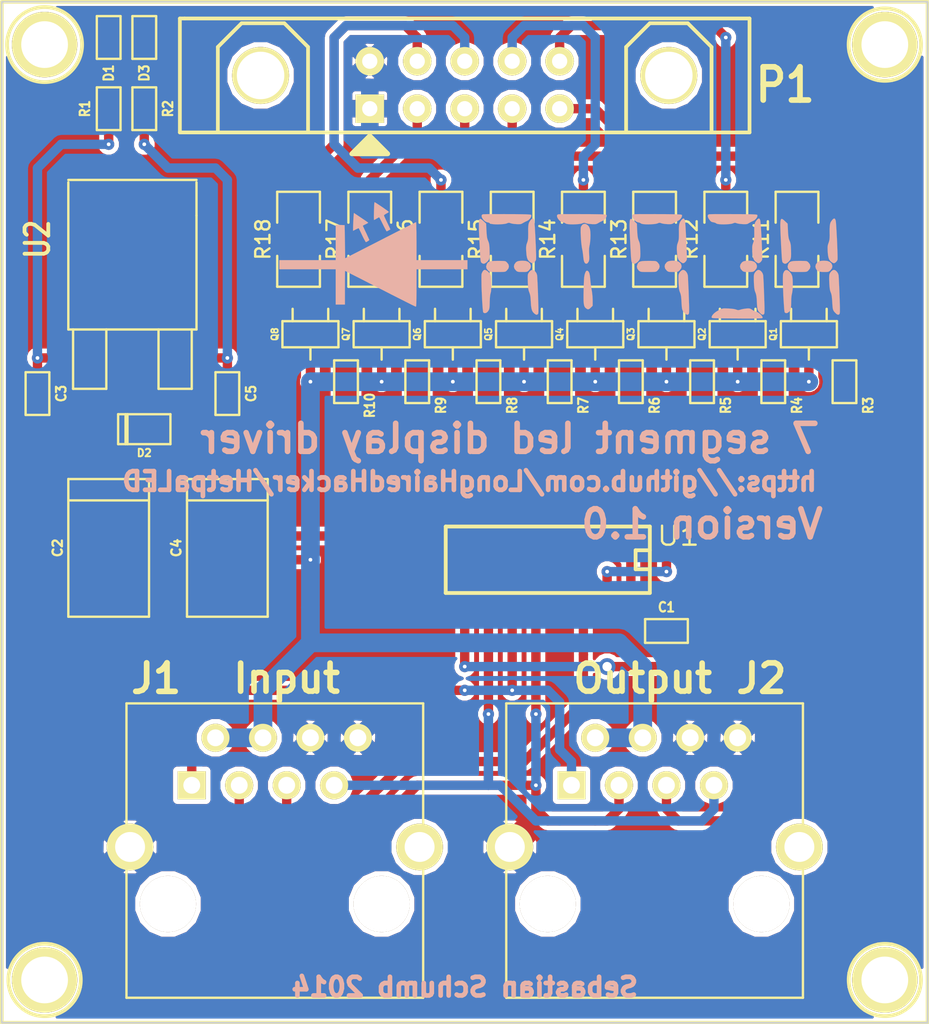
<source format=kicad_pcb>
(kicad_pcb (version 3) (host pcbnew "(2013-may-18)-stable")
  (layers (15 F.Cu signal) (0 B.Cu signal) (18 B.Paste user) (19 F.Paste user) (20 B.SilkS user) (21 F.SilkS user) (22 B.Mask user) (23 F.Mask user) (28 Edge.Cuts user))
  (net 0 "")
  (net 1 +24V)
  (net 2 +5V)
  (net 3 Clock)
  (net 4 Data_In)
  (net 5 Data_Out)
  (net 6 Enable)
  (net 7 FET_1)
  (net 8 FET_2)
  (net 9 FET_3)
  (net 10 FET_4)
  (net 11 FET_5)
  (net 12 FET_6)
  (net 13 FET_7)
  (net 14 FET_8)
  (net 15 GND)
  (net 16 N-000001)
  (net 17 N-0000010)
  (net 18 N-0000011)
  (net 19 N-0000021)
  (net 20 N-0000022)
  (net 21 N-0000024)
  (net 22 N-0000026)
  (net 23 N-000003)
  (net 24 N-0000033)
  (net 25 N-0000034)
  (net 26 N-0000036)
  (net 27 N-0000037)
  (net 28 N-000004)
  (net 29 N-0000041)
  (net 30 N-0000042)
  (net 31 N-000005)
  (net 32 N-000007)
  (net 33 N-000009)
  (net 34 Reset)
  (net 35 SEG_1)
  (net 36 SEG_2)
  (net 37 SEG_3)
  (net 38 SEG_4)
  (net 39 SEG_5)
  (net 40 SEG_6)
  (net 41 SEG_7)
  (net 42 SEG_8)
  (module RJ45_MEBP_8-8G (layer F.Cu) (at 373.38 104.775)
    (fp_text reference J2 (at 5.715 -12.065) (layer F.SilkS) (effects (font (size 1.524 1.524) (thickness 0.3048))))
    (fp_text value RJ45 hide)
    (pad "" thru_hole circle (at 5.715 0) (size 3 3) (drill 3) (layers *.Cu *.Mask F.SilkS))
    (pad "" thru_hole circle (at -5.715 0) (size 3 3) (drill 3) (layers *.Cu *.Mask F.SilkS))
    (pad 1 thru_hole rect (at -4.445 -6.35) (size 1.50114 1.50114) (drill 0.89916) (layers *.Cu *.Mask F.SilkS) (net 3 Clock))
    (pad 2 thru_hole circle (at -3.175 -8.89) (size 1.50114 1.50114) (drill 0.89916) (layers *.Cu *.Mask F.SilkS) (net 1 +24V))
    (pad 3 thru_hole circle (at -1.905 -6.35) (size 1.50114 1.50114) (drill 0.89916) (layers *.Cu *.Mask F.SilkS) (net 6 Enable))
    (pad 4 thru_hole circle (at -0.635 -8.89) (size 1.50114 1.50114) (drill 0.89916) (layers *.Cu *.Mask F.SilkS) (net 1 +24V))
    (pad 5 thru_hole circle (at 0.635 -6.35) (size 1.50114 1.50114) (drill 0.89916) (layers *.Cu *.Mask F.SilkS) (net 5 Data_Out))
    (pad 6 thru_hole circle (at 1.905 -8.89) (size 1.50114 1.50114) (drill 0.89916) (layers *.Cu *.Mask F.SilkS) (net 15 GND))
    (pad 7 thru_hole circle (at 3.175 -6.35) (size 1.50114 1.50114) (drill 0.89916) (layers *.Cu *.Mask F.SilkS) (net 34 Reset))
    (pad 8 thru_hole circle (at 4.445 -8.89) (size 1.50114 1.50114) (drill 0.89916) (layers *.Cu *.Mask F.SilkS) (net 15 GND))
    (pad 9 thru_hole circle (at -7.745 -3.05) (size 2.5 2.5) (drill 1.6) (layers *.Cu *.Mask F.SilkS) (net 15 GND))
    (pad 10 thru_hole circle (at 7.747 -3.05) (size 2.5 2.5) (drill 1.6) (layers *.Cu *.Mask F.SilkS))
  )
  (module RJ45_MEBP_8-8G (layer F.Cu) (at 353.06 104.775)
    (fp_text reference J1 (at -6.35 -12.065) (layer F.SilkS) (effects (font (size 1.524 1.524) (thickness 0.3048))))
    (fp_text value RJ45 hide)
    (pad "" thru_hole circle (at 5.715 0) (size 3 3) (drill 3) (layers *.Cu *.Mask F.SilkS))
    (pad "" thru_hole circle (at -5.715 0) (size 3 3) (drill 3) (layers *.Cu *.Mask F.SilkS))
    (pad 1 thru_hole rect (at -4.445 -6.35) (size 1.50114 1.50114) (drill 0.89916) (layers *.Cu *.Mask F.SilkS) (net 3 Clock))
    (pad 2 thru_hole circle (at -3.175 -8.89) (size 1.50114 1.50114) (drill 0.89916) (layers *.Cu *.Mask F.SilkS) (net 1 +24V))
    (pad 3 thru_hole circle (at -1.905 -6.35) (size 1.50114 1.50114) (drill 0.89916) (layers *.Cu *.Mask F.SilkS) (net 6 Enable))
    (pad 4 thru_hole circle (at -0.635 -8.89) (size 1.50114 1.50114) (drill 0.89916) (layers *.Cu *.Mask F.SilkS) (net 1 +24V))
    (pad 5 thru_hole circle (at 0.635 -6.35) (size 1.50114 1.50114) (drill 0.89916) (layers *.Cu *.Mask F.SilkS) (net 4 Data_In))
    (pad 6 thru_hole circle (at 1.905 -8.89) (size 1.50114 1.50114) (drill 0.89916) (layers *.Cu *.Mask F.SilkS) (net 15 GND))
    (pad 7 thru_hole circle (at 3.175 -6.35) (size 1.50114 1.50114) (drill 0.89916) (layers *.Cu *.Mask F.SilkS) (net 34 Reset))
    (pad 8 thru_hole circle (at 4.445 -8.89) (size 1.50114 1.50114) (drill 0.89916) (layers *.Cu *.Mask F.SilkS) (net 15 GND))
    (pad 9 thru_hole circle (at -7.745 -3.05) (size 2.5 2.5) (drill 1.6) (layers *.Cu *.Mask F.SilkS) (net 15 GND))
    (pad 10 thru_hole circle (at 7.747 -3.05) (size 2.5 2.5) (drill 1.6) (layers *.Cu *.Mask F.SilkS))
  )
  (module 1pin (layer F.Cu) (at 340.741 58.801)
    (fp_text reference 1PIN hide)
    (fp_text value P*** hide)
    (pad 1 thru_hole circle (at 0 0) (size 3.5 3.5) (drill 2.5) (layers *.Cu *.Mask F.SilkS))
  )
  (module 1pin (layer F.Cu) (at 340.741 108.839)
    (fp_text reference 1PIN hide)
    (fp_text value P*** hide)
    (pad 1 thru_hole circle (at 0 0) (size 3.5 3.5) (drill 2.5) (layers *.Cu *.Mask F.SilkS))
  )
  (module 1pin (layer F.Cu) (at 385.699 108.839)
    (fp_text reference 1PIN hide)
    (fp_text value P*** hide)
    (pad 1 thru_hole circle (at 0 0) (size 3.5 3.5) (drill 2.5) (layers *.Cu *.Mask F.SilkS))
  )
  (module 1pin (layer F.Cu) (at 385.699 58.801)
    (fp_text reference 1PIN hide)
    (fp_text value P*** hide)
    (pad 1 thru_hole circle (at 0 0) (size 3.5 3.5) (drill 2.5) (layers *.Cu *.Mask F.SilkS))
  )
  (module HE10-10C (layer F.Cu) (at 363.22 60.96 180)
    (fp_text reference P1 (at -17.145 0 360) (layer F.SilkS) (effects (font (size 1.77546 1.5875) (thickness 0.3048))))
    (fp_text value HE10-10 hide)
    (pad 0 thru_hole circle (at -10.922 0.508 180) (size 3.048 3.048) (drill 2.54) (layers *.Cu *.Mask F.SilkS))
    (pad 0 thru_hole circle (at 10.922 0.508 180) (size 3.048 3.048) (drill 2.54) (layers *.Cu *.Mask F.SilkS))
    (pad 1 thru_hole rect (at 5.08 -1.27 180) (size 1.524 1.524) (drill 0.8128) (layers *.Cu *.Mask F.SilkS) (net 15 GND))
    (pad 2 thru_hole circle (at 5.08 1.27 180) (size 1.524 1.524) (drill 0.8128) (layers *.Cu *.Mask F.SilkS) (net 15 GND))
    (pad 3 thru_hole circle (at 2.54 -1.27 180) (size 1.524 1.524) (drill 0.8128) (layers *.Cu *.Mask F.SilkS) (net 41 SEG_7))
    (pad 4 thru_hole circle (at 2.54 1.27 180) (size 1.524 1.524) (drill 0.8128) (layers *.Cu *.Mask F.SilkS) (net 42 SEG_8))
    (pad 5 thru_hole circle (at 0 -1.27 180) (size 1.524 1.524) (drill 0.8128) (layers *.Cu *.Mask F.SilkS) (net 39 SEG_5))
    (pad 6 thru_hole circle (at 0 1.27 180) (size 1.524 1.524) (drill 0.8128) (layers *.Cu *.Mask F.SilkS) (net 40 SEG_6))
    (pad 7 thru_hole circle (at -2.54 -1.27 180) (size 1.524 1.524) (drill 0.8128) (layers *.Cu *.Mask F.SilkS) (net 37 SEG_3))
    (pad 8 thru_hole circle (at -2.54 1.27 180) (size 1.524 1.524) (drill 0.8128) (layers *.Cu *.Mask F.SilkS) (net 38 SEG_4))
    (pad 9 thru_hole circle (at -5.08 -1.27 180) (size 1.524 1.524) (drill 0.8128) (layers *.Cu *.Mask F.SilkS) (net 35 SEG_1))
    (pad 10 thru_hole circle (at -5.08 1.27 180) (size 1.524 1.524) (drill 0.8128) (layers *.Cu *.Mask F.SilkS) (net 36 SEG_2))
  )
  (module c_tant_D (layer F.Cu) (at 350.52 85.725 90)
    (fp_text reference C4 (at 0 -2.7305 90) (layer F.SilkS) (effects (font (size 0.50038 0.50038) (thickness 0.11938))))
    (fp_text value 10uF hide)
    (pad 1 smd rect (at 2.99974 0 90) (size 2.55016 2.70002) (layers F.Cu F.Paste F.Mask) (net 2 +5V))
    (pad 2 smd rect (at -2.99974 0 90) (size 2.55016 3.79984) (layers F.Cu F.Paste F.Mask) (net 15 GND))
  )
  (module sot23 (layer F.Cu) (at 358.775 74.295 180)
    (fp_text reference Q7 (at 1.905 0 270) (layer F.SilkS) (effects (font (size 0.35 0.35) (thickness 0.0875))))
    (fp_text value NDS355 hide)
    (pad 1 smd rect (at -0.9525 1.05664 180) (size 0.59944 1.00076) (layers F.Cu F.Paste F.Mask) (net 26 N-0000036))
    (pad 2 smd rect (at 0 -1.05664 180) (size 0.59944 1.00076) (layers F.Cu F.Paste F.Mask) (net 1 +24V))
    (pad 3 smd rect (at 0.9525 1.05664 180) (size 0.59944 1.00076) (layers F.Cu F.Paste F.Mask) (net 25 N-0000034))
  )
  (module sot23 (layer F.Cu) (at 381.635 74.295 180)
    (fp_text reference Q1 (at 1.905 0 270) (layer F.SilkS) (effects (font (size 0.35 0.35) (thickness 0.0875))))
    (fp_text value NDS355 hide)
    (pad 1 smd rect (at -0.9525 1.05664 180) (size 0.59944 1.00076) (layers F.Cu F.Paste F.Mask) (net 19 N-0000021))
    (pad 2 smd rect (at 0 -1.05664 180) (size 0.59944 1.00076) (layers F.Cu F.Paste F.Mask) (net 1 +24V))
    (pad 3 smd rect (at 0.9525 1.05664 180) (size 0.59944 1.00076) (layers F.Cu F.Paste F.Mask) (net 18 N-0000011))
  )
  (module sot23 (layer F.Cu) (at 362.585 74.295 180)
    (fp_text reference Q6 (at 1.905 0 270) (layer F.SilkS) (effects (font (size 0.35 0.35) (thickness 0.0875))))
    (fp_text value NDS355 hide)
    (pad 1 smd rect (at -0.9525 1.05664 180) (size 0.59944 1.00076) (layers F.Cu F.Paste F.Mask) (net 24 N-0000033))
    (pad 2 smd rect (at 0 -1.05664 180) (size 0.59944 1.00076) (layers F.Cu F.Paste F.Mask) (net 1 +24V))
    (pad 3 smd rect (at 0.9525 1.05664 180) (size 0.59944 1.00076) (layers F.Cu F.Paste F.Mask) (net 17 N-0000010))
  )
  (module sot23 (layer F.Cu) (at 377.825 74.295 180)
    (fp_text reference Q2 (at 1.905 0 270) (layer F.SilkS) (effects (font (size 0.35 0.35) (thickness 0.0875))))
    (fp_text value NDS355 hide)
    (pad 1 smd rect (at -0.9525 1.05664 180) (size 0.59944 1.00076) (layers F.Cu F.Paste F.Mask) (net 21 N-0000024))
    (pad 2 smd rect (at 0 -1.05664 180) (size 0.59944 1.00076) (layers F.Cu F.Paste F.Mask) (net 1 +24V))
    (pad 3 smd rect (at 0.9525 1.05664 180) (size 0.59944 1.00076) (layers F.Cu F.Paste F.Mask) (net 20 N-0000022))
  )
  (module sot23 (layer F.Cu) (at 354.965 74.295 180)
    (fp_text reference Q8 (at 1.905 0 270) (layer F.SilkS) (effects (font (size 0.35 0.35) (thickness 0.0875))))
    (fp_text value NDS355 hide)
    (pad 1 smd rect (at -0.9525 1.05664 180) (size 0.59944 1.00076) (layers F.Cu F.Paste F.Mask) (net 22 N-0000026))
    (pad 2 smd rect (at 0 -1.05664 180) (size 0.59944 1.00076) (layers F.Cu F.Paste F.Mask) (net 1 +24V))
    (pad 3 smd rect (at 0.9525 1.05664 180) (size 0.59944 1.00076) (layers F.Cu F.Paste F.Mask) (net 27 N-0000037))
  )
  (module sot23 (layer F.Cu) (at 374.015 74.295 180)
    (fp_text reference Q3 (at 1.905 0 270) (layer F.SilkS) (effects (font (size 0.35 0.35) (thickness 0.0875))))
    (fp_text value NDS355 hide)
    (pad 1 smd rect (at -0.9525 1.05664 180) (size 0.59944 1.00076) (layers F.Cu F.Paste F.Mask) (net 28 N-000004))
    (pad 2 smd rect (at 0 -1.05664 180) (size 0.59944 1.00076) (layers F.Cu F.Paste F.Mask) (net 1 +24V))
    (pad 3 smd rect (at 0.9525 1.05664 180) (size 0.59944 1.00076) (layers F.Cu F.Paste F.Mask) (net 23 N-000003))
  )
  (module sot23 (layer F.Cu) (at 370.205 74.295 180)
    (fp_text reference Q4 (at 1.905 0 270) (layer F.SilkS) (effects (font (size 0.35 0.35) (thickness 0.0875))))
    (fp_text value NDS355 hide)
    (pad 1 smd rect (at -0.9525 1.05664 180) (size 0.59944 1.00076) (layers F.Cu F.Paste F.Mask) (net 16 N-000001))
    (pad 2 smd rect (at 0 -1.05664 180) (size 0.59944 1.00076) (layers F.Cu F.Paste F.Mask) (net 1 +24V))
    (pad 3 smd rect (at 0.9525 1.05664 180) (size 0.59944 1.00076) (layers F.Cu F.Paste F.Mask) (net 31 N-000005))
  )
  (module sot23 (layer F.Cu) (at 366.395 74.295 180)
    (fp_text reference Q5 (at 1.905 0 270) (layer F.SilkS) (effects (font (size 0.35 0.35) (thickness 0.0875))))
    (fp_text value NDS355 hide)
    (pad 1 smd rect (at -0.9525 1.05664 180) (size 0.59944 1.00076) (layers F.Cu F.Paste F.Mask) (net 33 N-000009))
    (pad 2 smd rect (at 0 -1.05664 180) (size 0.59944 1.00076) (layers F.Cu F.Paste F.Mask) (net 1 +24V))
    (pad 3 smd rect (at 0.9525 1.05664 180) (size 0.59944 1.00076) (layers F.Cu F.Paste F.Mask) (net 32 N-000007))
  )
  (module sod123 (layer F.Cu) (at 346.075 79.375 180)
    (fp_text reference D2 (at 0 -1.27 180) (layer F.SilkS) (effects (font (size 0.39878 0.39878) (thickness 0.09906))))
    (fp_text value BAT42W hide)
    (pad 2 smd rect (at 1.67386 0 180) (size 0.8509 0.8509) (layers F.Cu F.Paste F.Mask) (net 1 +24V))
    (pad 1 smd rect (at -1.67386 0 180) (size 0.8509 0.8509) (layers F.Cu F.Paste F.Mask) (net 2 +5V))
  )
  (module SO16E (layer F.Cu) (at 367.665 86.36 180)
    (fp_text reference U1 (at -6.985 1.27 180) (layer F.SilkS) (effects (font (size 1.016 1.143) (thickness 0.127))))
    (fp_text value 74HC595 hide)
    (pad 1 smd rect (at -4.445 2.54 180) (size 0.508 1.143) (layers F.Cu F.Paste F.Mask) (net 8 FET_2))
    (pad 2 smd rect (at -3.175 2.54 180) (size 0.508 1.143) (layers F.Cu F.Paste F.Mask) (net 9 FET_3))
    (pad 3 smd rect (at -1.905 2.54 180) (size 0.508 1.143) (layers F.Cu F.Paste F.Mask) (net 10 FET_4))
    (pad 4 smd rect (at -0.635 2.54 180) (size 0.508 1.143) (layers F.Cu F.Paste F.Mask) (net 11 FET_5))
    (pad 5 smd rect (at 0.635 2.54 180) (size 0.508 1.143) (layers F.Cu F.Paste F.Mask) (net 12 FET_6))
    (pad 6 smd rect (at 1.905 2.54 180) (size 0.508 1.143) (layers F.Cu F.Paste F.Mask) (net 13 FET_7))
    (pad 7 smd rect (at 3.175 2.54 180) (size 0.508 1.143) (layers F.Cu F.Paste F.Mask) (net 14 FET_8))
    (pad 8 smd rect (at 4.445 2.54 180) (size 0.508 1.143) (layers F.Cu F.Paste F.Mask) (net 15 GND))
    (pad 9 smd rect (at 4.445 -2.54 180) (size 0.508 1.143) (layers F.Cu F.Paste F.Mask) (net 5 Data_Out))
    (pad 10 smd rect (at 3.175 -2.54 180) (size 0.508 1.143) (layers F.Cu F.Paste F.Mask) (net 34 Reset))
    (pad 11 smd rect (at 1.905 -2.54 180) (size 0.508 1.143) (layers F.Cu F.Paste F.Mask) (net 3 Clock))
    (pad 12 smd rect (at 0.635 -2.54 180) (size 0.508 1.143) (layers F.Cu F.Paste F.Mask) (net 6 Enable))
    (pad 13 smd rect (at -0.635 -2.54 180) (size 0.508 1.143) (layers F.Cu F.Paste F.Mask) (net 15 GND))
    (pad 14 smd rect (at -1.905 -2.54 180) (size 0.508 1.143) (layers F.Cu F.Paste F.Mask) (net 4 Data_In))
    (pad 15 smd rect (at -3.175 -2.54 180) (size 0.508 1.143) (layers F.Cu F.Paste F.Mask) (net 7 FET_1))
    (pad 16 smd rect (at -4.445 -2.54 180) (size 0.508 1.143) (layers F.Cu F.Paste F.Mask) (net 2 +5V))
  )
  (module SM1206 (layer F.Cu) (at 369.57 69.215 90)
    (fp_text reference R14 (at 0 -1.905 90) (layer F.SilkS) (effects (font (size 0.762 0.762) (thickness 0.127))))
    (fp_text value 160 hide)
    (pad 1 smd rect (at -1.651 0 90) (size 1.524 2.032) (layers F.Cu F.Paste F.Mask) (net 31 N-000005))
    (pad 2 smd rect (at 1.651 0 90) (size 1.524 2.032) (layers F.Cu F.Paste F.Mask) (net 38 SEG_4))
  )
  (module SM1206 (layer F.Cu) (at 361.95 69.215 90)
    (fp_text reference R16 (at 0 -1.905 90) (layer F.SilkS) (effects (font (size 0.762 0.762) (thickness 0.127))))
    (fp_text value 160 hide)
    (pad 1 smd rect (at -1.651 0 90) (size 1.524 2.032) (layers F.Cu F.Paste F.Mask) (net 17 N-0000010))
    (pad 2 smd rect (at 1.651 0 90) (size 1.524 2.032) (layers F.Cu F.Paste F.Mask) (net 40 SEG_6))
  )
  (module SM1206 (layer F.Cu) (at 365.76 69.215 90)
    (fp_text reference R15 (at 0 -1.905 90) (layer F.SilkS) (effects (font (size 0.762 0.762) (thickness 0.127))))
    (fp_text value 160 hide)
    (pad 1 smd rect (at -1.651 0 90) (size 1.524 2.032) (layers F.Cu F.Paste F.Mask) (net 32 N-000007))
    (pad 2 smd rect (at 1.651 0 90) (size 1.524 2.032) (layers F.Cu F.Paste F.Mask) (net 39 SEG_5))
  )
  (module SM1206 (layer F.Cu) (at 358.14 69.215 90)
    (fp_text reference R17 (at 0 -1.905 90) (layer F.SilkS) (effects (font (size 0.762 0.762) (thickness 0.127))))
    (fp_text value 470 hide)
    (pad 1 smd rect (at -1.651 0 90) (size 1.524 2.032) (layers F.Cu F.Paste F.Mask) (net 25 N-0000034))
    (pad 2 smd rect (at 1.651 0 90) (size 1.524 2.032) (layers F.Cu F.Paste F.Mask) (net 41 SEG_7))
  )
  (module SM1206 (layer F.Cu) (at 373.38 69.215 90)
    (fp_text reference R13 (at 0 -1.905 90) (layer F.SilkS) (effects (font (size 0.762 0.762) (thickness 0.127))))
    (fp_text value 160 hide)
    (pad 1 smd rect (at -1.651 0 90) (size 1.524 2.032) (layers F.Cu F.Paste F.Mask) (net 23 N-000003))
    (pad 2 smd rect (at 1.651 0 90) (size 1.524 2.032) (layers F.Cu F.Paste F.Mask) (net 37 SEG_3))
  )
  (module SM1206 (layer F.Cu) (at 377.19 69.215 90)
    (fp_text reference R12 (at 0 -1.905 90) (layer F.SilkS) (effects (font (size 0.762 0.762) (thickness 0.127))))
    (fp_text value 160 hide)
    (pad 1 smd rect (at -1.651 0 90) (size 1.524 2.032) (layers F.Cu F.Paste F.Mask) (net 20 N-0000022))
    (pad 2 smd rect (at 1.651 0 90) (size 1.524 2.032) (layers F.Cu F.Paste F.Mask) (net 36 SEG_2))
  )
  (module SM1206 (layer F.Cu) (at 381 69.215 90)
    (fp_text reference R11 (at 0 -1.905 90) (layer F.SilkS) (effects (font (size 0.762 0.762) (thickness 0.127))))
    (fp_text value 160 hide)
    (pad 1 smd rect (at -1.651 0 90) (size 1.524 2.032) (layers F.Cu F.Paste F.Mask) (net 18 N-0000011))
    (pad 2 smd rect (at 1.651 0 90) (size 1.524 2.032) (layers F.Cu F.Paste F.Mask) (net 35 SEG_1))
  )
  (module SM1206 (layer F.Cu) (at 354.33 69.215 90)
    (fp_text reference R18 (at 0 -1.905 90) (layer F.SilkS) (effects (font (size 0.762 0.762) (thickness 0.127))))
    (fp_text value 470 hide)
    (pad 1 smd rect (at -1.651 0 90) (size 1.524 2.032) (layers F.Cu F.Paste F.Mask) (net 27 N-0000037))
    (pad 2 smd rect (at 1.651 0 90) (size 1.524 2.032) (layers F.Cu F.Paste F.Mask) (net 42 SEG_8))
  )
  (module SM0603 (layer F.Cu) (at 346.075 62.23 90)
    (fp_text reference R2 (at 0 1.27 90) (layer F.SilkS) (effects (font (size 0.508 0.4572) (thickness 0.1143))))
    (fp_text value 1k hide)
    (pad 1 smd rect (at -0.762 0 90) (size 0.635 1.143) (layers F.Cu F.Paste F.Mask) (net 2 +5V))
    (pad 2 smd rect (at 0.762 0 90) (size 0.635 1.143) (layers F.Cu F.Paste F.Mask) (net 30 N-0000042))
  )
  (module SM0603 (layer F.Cu) (at 383.54 76.835 270)
    (fp_text reference R3 (at 1.27 -1.27 270) (layer F.SilkS) (effects (font (size 0.508 0.4572) (thickness 0.1143))))
    (fp_text value 200 hide)
    (pad 1 smd rect (at -0.762 0 270) (size 0.635 1.143) (layers F.Cu F.Paste F.Mask) (net 19 N-0000021))
    (pad 2 smd rect (at 0.762 0 270) (size 0.635 1.143) (layers F.Cu F.Paste F.Mask) (net 7 FET_1))
  )
  (module SM0603 (layer F.Cu) (at 340.36 77.47 270)
    (fp_text reference C3 (at 0 -1.27 270) (layer F.SilkS) (effects (font (size 0.508 0.4572) (thickness 0.1143))))
    (fp_text value 100nF hide)
    (pad 1 smd rect (at -0.762 0 270) (size 0.635 1.143) (layers F.Cu F.Paste F.Mask) (net 1 +24V))
    (pad 2 smd rect (at 0.762 0 270) (size 0.635 1.143) (layers F.Cu F.Paste F.Mask) (net 15 GND))
  )
  (module SM0603 (layer F.Cu) (at 379.73 76.835 270)
    (fp_text reference R4 (at 1.27 -1.27 270) (layer F.SilkS) (effects (font (size 0.508 0.4572) (thickness 0.1143))))
    (fp_text value 200 hide)
    (pad 1 smd rect (at -0.762 0 270) (size 0.635 1.143) (layers F.Cu F.Paste F.Mask) (net 21 N-0000024))
    (pad 2 smd rect (at 0.762 0 270) (size 0.635 1.143) (layers F.Cu F.Paste F.Mask) (net 8 FET_2))
  )
  (module SM0603 (layer F.Cu) (at 375.92 76.835 270)
    (fp_text reference R5 (at 1.27 -1.27 270) (layer F.SilkS) (effects (font (size 0.508 0.4572) (thickness 0.1143))))
    (fp_text value 200 hide)
    (pad 1 smd rect (at -0.762 0 270) (size 0.635 1.143) (layers F.Cu F.Paste F.Mask) (net 28 N-000004))
    (pad 2 smd rect (at 0.762 0 270) (size 0.635 1.143) (layers F.Cu F.Paste F.Mask) (net 9 FET_3))
  )
  (module SM0603 (layer F.Cu) (at 372.11 76.835 270)
    (fp_text reference R6 (at 1.27 -1.27 270) (layer F.SilkS) (effects (font (size 0.508 0.4572) (thickness 0.1143))))
    (fp_text value 200 hide)
    (pad 1 smd rect (at -0.762 0 270) (size 0.635 1.143) (layers F.Cu F.Paste F.Mask) (net 16 N-000001))
    (pad 2 smd rect (at 0.762 0 270) (size 0.635 1.143) (layers F.Cu F.Paste F.Mask) (net 10 FET_4))
  )
  (module SM0603 (layer F.Cu) (at 346.075 58.42 90)
    (fp_text reference D3 (at -1.905 0 90) (layer F.SilkS) (effects (font (size 0.508 0.4572) (thickness 0.1143))))
    (fp_text value LED hide)
    (pad 1 smd rect (at -0.762 0 90) (size 0.635 1.143) (layers F.Cu F.Paste F.Mask) (net 30 N-0000042))
    (pad 2 smd rect (at 0.762 0 90) (size 0.635 1.143) (layers F.Cu F.Paste F.Mask) (net 15 GND))
  )
  (module SM0603 (layer F.Cu) (at 344.17 62.23 90)
    (fp_text reference R1 (at 0 -1.27 90) (layer F.SilkS) (effects (font (size 0.508 0.4572) (thickness 0.1143))))
    (fp_text value 1k hide)
    (pad 1 smd rect (at -0.762 0 90) (size 0.635 1.143) (layers F.Cu F.Paste F.Mask) (net 1 +24V))
    (pad 2 smd rect (at 0.762 0 90) (size 0.635 1.143) (layers F.Cu F.Paste F.Mask) (net 29 N-0000041))
  )
  (module SM0603 (layer F.Cu) (at 368.3 76.835 270)
    (fp_text reference R7 (at 1.27 -1.27 270) (layer F.SilkS) (effects (font (size 0.508 0.4572) (thickness 0.1143))))
    (fp_text value 200 hide)
    (pad 1 smd rect (at -0.762 0 270) (size 0.635 1.143) (layers F.Cu F.Paste F.Mask) (net 33 N-000009))
    (pad 2 smd rect (at 0.762 0 270) (size 0.635 1.143) (layers F.Cu F.Paste F.Mask) (net 11 FET_5))
  )
  (module SM0603 (layer F.Cu) (at 344.17 58.42 90)
    (fp_text reference D1 (at -1.905 0 90) (layer F.SilkS) (effects (font (size 0.508 0.4572) (thickness 0.1143))))
    (fp_text value LED hide)
    (pad 1 smd rect (at -0.762 0 90) (size 0.635 1.143) (layers F.Cu F.Paste F.Mask) (net 29 N-0000041))
    (pad 2 smd rect (at 0.762 0 90) (size 0.635 1.143) (layers F.Cu F.Paste F.Mask) (net 15 GND))
  )
  (module SM0603 (layer F.Cu) (at 374.015 90.17)
    (fp_text reference C1 (at 0 -1.27) (layer F.SilkS) (effects (font (size 0.508 0.4572) (thickness 0.1143))))
    (fp_text value 100n hide)
    (pad 1 smd rect (at -0.762 0) (size 0.635 1.143) (layers F.Cu F.Paste F.Mask) (net 2 +5V))
    (pad 2 smd rect (at 0.762 0) (size 0.635 1.143) (layers F.Cu F.Paste F.Mask) (net 15 GND))
  )
  (module SM0603 (layer F.Cu) (at 364.49 76.835 270)
    (fp_text reference R8 (at 1.27 -1.27 270) (layer F.SilkS) (effects (font (size 0.508 0.4572) (thickness 0.1143))))
    (fp_text value 200 hide)
    (pad 1 smd rect (at -0.762 0 270) (size 0.635 1.143) (layers F.Cu F.Paste F.Mask) (net 24 N-0000033))
    (pad 2 smd rect (at 0.762 0 270) (size 0.635 1.143) (layers F.Cu F.Paste F.Mask) (net 12 FET_6))
  )
  (module SM0603 (layer F.Cu) (at 356.87 76.835 270)
    (fp_text reference R10 (at 1.27 -1.27 270) (layer F.SilkS) (effects (font (size 0.508 0.4572) (thickness 0.1143))))
    (fp_text value 200 hide)
    (pad 1 smd rect (at -0.762 0 270) (size 0.635 1.143) (layers F.Cu F.Paste F.Mask) (net 22 N-0000026))
    (pad 2 smd rect (at 0.762 0 270) (size 0.635 1.143) (layers F.Cu F.Paste F.Mask) (net 14 FET_8))
  )
  (module SM0603 (layer F.Cu) (at 360.68 76.835 270)
    (fp_text reference R9 (at 1.27 -1.27 270) (layer F.SilkS) (effects (font (size 0.508 0.4572) (thickness 0.1143))))
    (fp_text value 200 hide)
    (pad 1 smd rect (at -0.762 0 270) (size 0.635 1.143) (layers F.Cu F.Paste F.Mask) (net 26 N-0000036))
    (pad 2 smd rect (at 0.762 0 270) (size 0.635 1.143) (layers F.Cu F.Paste F.Mask) (net 13 FET_7))
  )
  (module DPAK2 (layer F.Cu) (at 345.44 75.565)
    (fp_text reference U2 (at -5.08 -6.35 90) (layer F.SilkS) (effects (font (size 1.27 1.016) (thickness 0.2032))))
    (fp_text value TS2937 hide)
    (pad 1 smd rect (at -2.286 0) (size 1.651 3.048) (layers F.Cu F.Paste F.Mask) (net 1 +24V))
    (pad 2 smd rect (at 0 -6.35) (size 6.096 6.096) (layers F.Cu F.Paste F.Mask) (net 15 GND))
    (pad 3 smd rect (at 2.286 0) (size 1.651 3.048) (layers F.Cu F.Paste F.Mask) (net 2 +5V))
  )
  (module c_tant_D (layer F.Cu) (at 344.17 85.725 90)
    (fp_text reference C2 (at 0 -2.7305 90) (layer F.SilkS) (effects (font (size 0.50038 0.50038) (thickness 0.11938))))
    (fp_text value 10uF hide)
    (pad 1 smd rect (at 2.99974 0 90) (size 2.55016 2.70002) (layers F.Cu F.Paste F.Mask) (net 1 +24V))
    (pad 2 smd rect (at -2.99974 0 90) (size 2.55016 3.79984) (layers F.Cu F.Paste F.Mask) (net 15 GND))
  )
  (module SM0603 (layer F.Cu) (at 350.52 77.47 270)
    (fp_text reference C5 (at 0 -1.27 270) (layer F.SilkS) (effects (font (size 0.508 0.4572) (thickness 0.1143))))
    (fp_text value 100nF hide)
    (pad 1 smd rect (at -0.762 0 270) (size 0.635 1.143) (layers F.Cu F.Paste F.Mask) (net 2 +5V))
    (pad 2 smd rect (at 0.762 0 270) (size 0.635 1.143) (layers F.Cu F.Paste F.Mask) (net 15 GND))
  )
  (module logo_silkbot_30_00mm (layer B.Cu) (at 368.3 70.358)
    (fp_text reference G*** hide)
    (fp_text value logo_silkbot_30_00mm hide)
  )
  (gr_line (start 387.985 111.125) (end 387.985 56.515) (angle 90) (layer F.SilkS) (width 0.2))
  (gr_line (start 338.455 111.125) (end 387.985 111.125) (angle 90) (layer F.SilkS) (width 0.2))
  (gr_line (start 338.455 56.515) (end 338.455 111.125) (angle 90) (layer F.SilkS) (width 0.2))
  (gr_line (start 387.985 56.515) (end 338.455 56.515) (angle 90) (layer F.SilkS) (width 0.2))
  (gr_text "Version 1.0" (at 375.92 84.455) (layer B.SilkS) (effects (font (size 1.5 1.5) (thickness 0.3)) (justify mirror)))
  (gr_text "Sebastian Schumb 2014" (at 363.22 109.22) (layer B.SilkS) (effects (font (size 1 1) (thickness 0.25)) (justify mirror)))
  (gr_text Output (at 372.745 92.71) (layer F.SilkS) (effects (font (size 1.5 1.5) (thickness 0.3))))
  (gr_text Input (at 353.695 92.71) (layer F.SilkS) (effects (font (size 1.5 1.5) (thickness 0.3))))
  (gr_text https://github.com/LongHairedHacker/HetpaLED (at 363.474 82.169) (layer B.SilkS) (effects (font (size 1 1) (thickness 0.25)) (justify mirror)))
  (gr_text "7 segment led display driver" (at 365.633 79.883) (layer B.SilkS) (effects (font (size 1.5 1.5) (thickness 0.3)) (justify mirror)))
  (gr_line (start 338.455 56.515) (end 387.985 56.515) (angle 90) (layer Edge.Cuts) (width 0.1))
  (gr_line (start 338.455 111.125) (end 338.455 56.515) (angle 90) (layer Edge.Cuts) (width 0.1))
  (gr_line (start 387.985 111.125) (end 338.455 111.125) (angle 90) (layer Edge.Cuts) (width 0.1))
  (gr_line (start 387.985 56.515) (end 387.985 111.125) (angle 90) (layer Edge.Cuts) (width 0.1))
  (segment (start 344.17 62.992) (end 344.17 64.135) (width 0.5) (layer F.Cu) (net 1))
  (via (at 344.17 64.135) (size 0.6) (drill 0.2) (layers F.Cu B.Cu) (net 1))
  (segment (start 341.63 64.135) (end 344.17 64.135) (width 0.5) (layer B.Cu) (net 1))
  (segment (start 340.36 65.405) (end 341.63 64.135) (width 0.5) (layer B.Cu) (net 1))
  (segment (start 340.36 65.405) (end 340.36 75.565) (width 0.5) (layer B.Cu) (net 1))
  (via (at 340.36 75.565) (size 0.6) (drill 0.2) (layers F.Cu B.Cu) (net 1))
  (segment (start 354.965 90.805) (end 371.475 90.805) (width 1) (layer B.Cu) (net 1))
  (via (at 354.965 86.36) (size 0.6) (drill 0.2) (layers F.Cu B.Cu) (net 1))
  (segment (start 354.965 86.36) (end 344.805 86.36) (width 0.5) (layer F.Cu) (net 1))
  (segment (start 344.17 85.725) (end 344.805 86.36) (width 0.5) (layer F.Cu) (net 1))
  (segment (start 344.17 85.725) (end 344.17 82.72526) (width 0.5) (layer F.Cu) (net 1))
  (segment (start 344.40114 79.375) (end 344.40114 80.41386) (width 0.5) (layer F.Cu) (net 1))
  (segment (start 344.17 80.645) (end 344.17 82.72526) (width 0.5) (layer F.Cu) (net 1))
  (segment (start 344.40114 80.41386) (end 344.17 80.645) (width 0.5) (layer F.Cu) (net 1))
  (segment (start 344.40114 79.375) (end 344.40114 78.33614) (width 0.5) (layer F.Cu) (net 1))
  (segment (start 343.154 77.089) (end 344.17 78.105) (width 0.5) (layer F.Cu) (net 1))
  (segment (start 343.154 77.089) (end 343.154 75.565) (width 0.5) (layer F.Cu) (net 1))
  (segment (start 344.40114 78.33614) (end 344.17 78.105) (width 0.5) (layer F.Cu) (net 1))
  (segment (start 340.36 76.708) (end 340.36 75.565) (width 0.5) (layer F.Cu) (net 1))
  (segment (start 340.36 75.565) (end 343.154 75.565) (width 0.5) (layer F.Cu) (net 1))
  (segment (start 372.745 95.885) (end 372.745 92.075) (width 1) (layer B.Cu) (net 1))
  (segment (start 372.745 92.075) (end 371.475 90.805) (width 1) (layer B.Cu) (net 1))
  (segment (start 354.965 90.805) (end 354.965 90.805) (width 1) (layer B.Cu) (net 1))
  (segment (start 354.965 90.805) (end 354.965 88.9) (width 1) (layer B.Cu) (net 1))
  (segment (start 352.425 93.345) (end 354.965 90.805) (width 1) (layer B.Cu) (net 1))
  (segment (start 352.425 93.345) (end 352.425 93.345) (width 1) (layer B.Cu) (net 1))
  (segment (start 352.425 93.345) (end 352.425 95.885) (width 1) (layer B.Cu) (net 1))
  (segment (start 354.965 88.9) (end 354.965 86.36) (width 1) (layer B.Cu) (net 1))
  (segment (start 354.965 86.36) (end 354.965 85.725) (width 1) (layer B.Cu) (net 1))
  (segment (start 354.965 85.725) (end 354.965 76.835) (width 1) (layer B.Cu) (net 1))
  (segment (start 370.205 95.885) (end 372.745 95.885) (width 1) (layer B.Cu) (net 1))
  (segment (start 349.885 95.885) (end 352.425 95.885) (width 1) (layer B.Cu) (net 1))
  (segment (start 374.015 75.35164) (end 374.015 76.835) (width 0.5) (layer F.Cu) (net 1))
  (via (at 374.015 76.835) (size 0.6) (drill 0.2) (layers F.Cu B.Cu) (net 1))
  (via (at 381.635 76.835) (size 0.6) (drill 0.2) (layers F.Cu B.Cu) (net 1))
  (segment (start 377.825 76.835) (end 381.635 76.835) (width 1) (layer B.Cu) (net 1))
  (segment (start 381.635 76.835) (end 381.635 75.35164) (width 0.5) (layer F.Cu) (net 1))
  (segment (start 377.825 75.35164) (end 377.825 76.835) (width 0.5) (layer F.Cu) (net 1))
  (via (at 377.825 76.835) (size 0.6) (drill 0.2) (layers F.Cu B.Cu) (net 1))
  (via (at 370.205 76.835) (size 0.6) (drill 0.2) (layers F.Cu B.Cu) (net 1))
  (segment (start 370.205 76.835) (end 370.205 75.35164) (width 0.5) (layer F.Cu) (net 1))
  (via (at 366.395 76.835) (size 0.6) (drill 0.2) (layers F.Cu B.Cu) (net 1))
  (segment (start 366.395 75.35164) (end 366.395 76.835) (width 0.5) (layer F.Cu) (net 1))
  (via (at 362.585 76.835) (size 0.6) (drill 0.2) (layers F.Cu B.Cu) (net 1))
  (segment (start 362.585 76.835) (end 362.585 75.35164) (width 0.5) (layer F.Cu) (net 1))
  (segment (start 358.775 75.35164) (end 358.775 76.835) (width 0.5) (layer F.Cu) (net 1))
  (via (at 358.775 76.835) (size 0.6) (drill 0.2) (layers F.Cu B.Cu) (net 1))
  (via (at 354.965 76.835) (size 0.6) (drill 0.2) (layers F.Cu B.Cu) (net 1))
  (segment (start 354.965 76.835) (end 354.965 75.35164) (width 0.5) (layer F.Cu) (net 1))
  (segment (start 377.825 76.835) (end 374.015 76.835) (width 1) (layer B.Cu) (net 1))
  (segment (start 374.015 76.835) (end 370.205 76.835) (width 1) (layer B.Cu) (net 1))
  (segment (start 370.205 76.835) (end 366.395 76.835) (width 1) (layer B.Cu) (net 1))
  (segment (start 366.395 76.835) (end 362.585 76.835) (width 1) (layer B.Cu) (net 1))
  (segment (start 362.585 76.835) (end 358.775 76.835) (width 1) (layer B.Cu) (net 1))
  (segment (start 358.775 76.835) (end 354.965 76.835) (width 1) (layer B.Cu) (net 1))
  (segment (start 346.075 62.992) (end 346.075 64.135) (width 0.5) (layer F.Cu) (net 2))
  (via (at 346.075 64.135) (size 0.6) (drill 0.2) (layers F.Cu B.Cu) (net 2))
  (segment (start 346.075 64.135) (end 347.345 65.405) (width 0.5) (layer B.Cu) (net 2))
  (segment (start 347.345 65.405) (end 349.885 65.405) (width 0.5) (layer B.Cu) (net 2))
  (segment (start 349.885 65.405) (end 350.52 66.04) (width 0.5) (layer B.Cu) (net 2))
  (via (at 350.52 75.565) (size 0.6) (drill 0.2) (layers F.Cu B.Cu) (net 2))
  (segment (start 350.52 66.04) (end 350.52 75.565) (width 0.5) (layer B.Cu) (net 2))
  (segment (start 373.253 90.17) (end 372.745 90.17) (width 0.5) (layer F.Cu) (net 2))
  (segment (start 372.11 89.535) (end 372.745 90.17) (width 0.5) (layer F.Cu) (net 2))
  (segment (start 372.11 89.535) (end 372.11 88.9) (width 0.5) (layer F.Cu) (net 2))
  (segment (start 372.11 88.9) (end 372.11 86.36) (width 0.5) (layer F.Cu) (net 2))
  (segment (start 371.475 85.725) (end 372.11 86.36) (width 0.5) (layer F.Cu) (net 2))
  (segment (start 351.155 85.09) (end 361.95 85.09) (width 0.5) (layer F.Cu) (net 2))
  (segment (start 350.52 84.455) (end 351.155 85.09) (width 0.5) (layer F.Cu) (net 2))
  (segment (start 350.52 84.455) (end 350.52 82.72526) (width 0.5) (layer F.Cu) (net 2))
  (segment (start 361.95 85.09) (end 362.585 85.725) (width 0.5) (layer F.Cu) (net 2))
  (segment (start 362.585 85.725) (end 371.475 85.725) (width 0.5) (layer F.Cu) (net 2))
  (segment (start 350.52 75.565) (end 350.52 76.708) (width 0.5) (layer F.Cu) (net 2))
  (segment (start 347.726 75.565) (end 350.52 75.565) (width 0.5) (layer F.Cu) (net 2))
  (segment (start 350.52 75.565) (end 350.52 75.565) (width 0.5) (layer F.Cu) (net 2))
  (segment (start 347.74886 79.375) (end 349.25 79.375) (width 0.5) (layer F.Cu) (net 2))
  (segment (start 349.25 79.375) (end 350.52 80.645) (width 0.5) (layer F.Cu) (net 2))
  (segment (start 350.52 80.645) (end 350.52 82.72526) (width 0.5) (layer F.Cu) (net 2))
  (segment (start 347.726 75.565) (end 347.726 79.35214) (width 0.5) (layer F.Cu) (net 2))
  (segment (start 347.726 79.35214) (end 347.74886 79.375) (width 0.5) (layer F.Cu) (net 2))
  (via (at 363.22 93.345) (size 0.6) (drill 0.2) (layers F.Cu B.Cu) (net 3))
  (segment (start 348.615 98.425) (end 348.615 97.155) (width 0.5) (layer F.Cu) (net 3))
  (segment (start 347.98 94.615) (end 349.25 93.345) (width 0.5) (layer F.Cu) (net 3))
  (segment (start 347.98 96.52) (end 347.98 94.615) (width 0.5) (layer F.Cu) (net 3))
  (segment (start 348.615 97.155) (end 347.98 96.52) (width 0.5) (layer F.Cu) (net 3))
  (segment (start 363.22 93.345) (end 365.76 93.345) (width 0.5) (layer B.Cu) (net 3))
  (segment (start 363.22 93.345) (end 349.25 93.345) (width 0.5) (layer F.Cu) (net 3))
  (segment (start 368.3 93.98) (end 368.3 96.52) (width 0.5) (layer B.Cu) (net 3))
  (segment (start 365.76 93.345) (end 367.665 93.345) (width 0.5) (layer B.Cu) (net 3))
  (segment (start 367.665 93.345) (end 368.3 93.98) (width 0.5) (layer B.Cu) (net 3))
  (via (at 365.76 93.345) (size 0.6) (drill 0.2) (layers F.Cu B.Cu) (net 3))
  (segment (start 368.935 97.155) (end 368.935 98.425) (width 0.5) (layer B.Cu) (net 3))
  (segment (start 368.3 96.52) (end 368.935 97.155) (width 0.5) (layer B.Cu) (net 3))
  (segment (start 365.76 88.9) (end 365.76 93.345) (width 0.5) (layer F.Cu) (net 3))
  (segment (start 366.395 97.155) (end 360.045 97.155) (width 0.5) (layer F.Cu) (net 4))
  (segment (start 356.87 100.33) (end 354.33 100.33) (width 0.5) (layer F.Cu) (net 4))
  (segment (start 360.045 97.155) (end 356.87 100.33) (width 0.5) (layer F.Cu) (net 4))
  (segment (start 369.57 88.9) (end 369.57 91.44) (width 0.5) (layer F.Cu) (net 4))
  (segment (start 369.57 91.44) (end 369.57 93.98) (width 0.5) (layer F.Cu) (net 4))
  (segment (start 369.57 93.98) (end 366.395 97.155) (width 0.5) (layer F.Cu) (net 4))
  (segment (start 353.695 99.695) (end 353.695 98.425) (width 0.5) (layer F.Cu) (net 4))
  (segment (start 354.33 100.33) (end 353.695 99.695) (width 0.5) (layer F.Cu) (net 4))
  (segment (start 379.73 93.345) (end 379.73 99.695) (width 0.5) (layer F.Cu) (net 5))
  (segment (start 370.84 92.075) (end 370.84 92.075) (width 0.5) (layer F.Cu) (net 5))
  (segment (start 370.84 92.075) (end 377.19 92.075) (width 0.5) (layer F.Cu) (net 5))
  (segment (start 377.19 92.075) (end 378.46 92.075) (width 0.5) (layer F.Cu) (net 5))
  (segment (start 378.46 92.075) (end 379.73 93.345) (width 0.5) (layer F.Cu) (net 5))
  (segment (start 363.22 88.9) (end 363.22 92.075) (width 0.5) (layer F.Cu) (net 5))
  (segment (start 363.22 92.075) (end 370.84 92.075) (width 0.5) (layer B.Cu) (net 5))
  (via (at 363.22 92.075) (size 0.6) (drill 0.2) (layers F.Cu B.Cu) (net 5))
  (via (at 370.84 92.075) (size 0.9) (drill 0.5) (layers F.Cu B.Cu) (net 5))
  (segment (start 374.015 99.695) (end 374.015 98.425) (width 0.5) (layer F.Cu) (net 5))
  (segment (start 374.65 100.33) (end 374.015 99.695) (width 0.5) (layer F.Cu) (net 5))
  (segment (start 379.095 100.33) (end 374.65 100.33) (width 0.5) (layer F.Cu) (net 5))
  (segment (start 379.73 99.695) (end 379.095 100.33) (width 0.5) (layer F.Cu) (net 5))
  (segment (start 371.475 98.425) (end 371.475 99.695) (width 0.5) (layer F.Cu) (net 6))
  (segment (start 370.84 100.33) (end 371.475 99.695) (width 0.5) (layer F.Cu) (net 6))
  (segment (start 370.205 100.33) (end 367.665 100.33) (width 0.5) (layer F.Cu) (net 6))
  (segment (start 367.03 99.695) (end 367.665 100.33) (width 0.5) (layer F.Cu) (net 6))
  (segment (start 367.03 99.695) (end 367.03 98.425) (width 0.5) (layer F.Cu) (net 6))
  (segment (start 370.205 100.33) (end 370.84 100.33) (width 0.5) (layer F.Cu) (net 6))
  (via (at 367.03 98.425) (size 0.6) (drill 0.2) (layers F.Cu B.Cu) (net 6))
  (segment (start 367.03 98.425) (end 367.03 98.425) (width 0.5) (layer F.Cu) (net 6))
  (segment (start 360.68 98.425) (end 367.03 98.425) (width 0.5) (layer F.Cu) (net 6))
  (segment (start 360.68 98.425) (end 357.505 101.6) (width 0.5) (layer F.Cu) (net 6))
  (segment (start 357.505 101.6) (end 354.965 101.6) (width 0.5) (layer F.Cu) (net 6))
  (segment (start 354.965 101.6) (end 352.425 101.6) (width 0.5) (layer F.Cu) (net 6))
  (segment (start 351.155 100.33) (end 352.425 101.6) (width 0.5) (layer F.Cu) (net 6))
  (segment (start 351.155 100.33) (end 351.155 98.425) (width 0.5) (layer F.Cu) (net 6))
  (segment (start 354.33 101.6) (end 354.965 101.6) (width 0.5) (layer F.Cu) (net 6))
  (segment (start 367.03 98.425) (end 367.03 98.425) (width 0.5) (layer B.Cu) (net 6))
  (via (at 367.03 94.615) (size 0.6) (drill 0.2) (layers F.Cu B.Cu) (net 6))
  (segment (start 367.03 88.9) (end 367.03 94.615) (width 0.5) (layer F.Cu) (net 6))
  (segment (start 367.03 94.615) (end 367.03 98.425) (width 0.5) (layer B.Cu) (net 6))
  (segment (start 374.015 82.55) (end 374.015 86.995) (width 0.5) (layer F.Cu) (net 7))
  (segment (start 370.84 86.995) (end 372.745 86.995) (width 0.5) (layer B.Cu) (net 7))
  (segment (start 372.745 86.995) (end 374.015 86.995) (width 0.5) (layer B.Cu) (net 7))
  (segment (start 370.84 88.9) (end 370.84 86.995) (width 0.5) (layer F.Cu) (net 7))
  (via (at 370.84 86.995) (size 0.6) (drill 0.2) (layers F.Cu B.Cu) (net 7))
  (segment (start 375.92 81.915) (end 374.65 81.915) (width 0.5) (layer F.Cu) (net 7))
  (segment (start 374.65 81.915) (end 374.015 82.55) (width 0.5) (layer F.Cu) (net 7))
  (segment (start 383.54 78.105) (end 383.54 77.597) (width 0.5) (layer F.Cu) (net 7))
  (segment (start 383.54 79.375) (end 381 81.915) (width 0.5) (layer F.Cu) (net 7))
  (segment (start 383.54 78.105) (end 383.54 79.375) (width 0.5) (layer F.Cu) (net 7))
  (segment (start 381 81.915) (end 375.92 81.915) (width 0.5) (layer F.Cu) (net 7))
  (via (at 374.015 86.995) (size 0.6) (drill 0.2) (layers F.Cu B.Cu) (net 7))
  (segment (start 374.015 80.645) (end 378.46 80.645) (width 0.5) (layer F.Cu) (net 8))
  (segment (start 372.11 82.55) (end 374.015 80.645) (width 0.5) (layer F.Cu) (net 8))
  (segment (start 372.11 83.82) (end 372.11 82.55) (width 0.5) (layer F.Cu) (net 8))
  (segment (start 379.73 79.375) (end 379.73 77.597) (width 0.5) (layer F.Cu) (net 8))
  (segment (start 378.46 80.645) (end 379.73 79.375) (width 0.5) (layer F.Cu) (net 8))
  (segment (start 373.38 79.375) (end 375.285 79.375) (width 0.5) (layer F.Cu) (net 9))
  (segment (start 370.84 81.915) (end 373.38 79.375) (width 0.5) (layer F.Cu) (net 9))
  (segment (start 370.84 83.82) (end 370.84 81.915) (width 0.5) (layer F.Cu) (net 9))
  (segment (start 375.92 78.74) (end 375.92 77.597) (width 0.5) (layer F.Cu) (net 9))
  (segment (start 375.285 79.375) (end 375.92 78.74) (width 0.5) (layer F.Cu) (net 9))
  (segment (start 369.57 83.82) (end 369.57 81.28) (width 0.5) (layer F.Cu) (net 10))
  (segment (start 372.11 78.74) (end 372.11 77.597) (width 0.5) (layer F.Cu) (net 10))
  (segment (start 369.57 81.28) (end 372.11 78.74) (width 0.5) (layer F.Cu) (net 10))
  (segment (start 368.3 83.82) (end 368.3 77.597) (width 0.5) (layer F.Cu) (net 11))
  (segment (start 367.03 83.82) (end 367.03 81.28) (width 0.5) (layer F.Cu) (net 12))
  (segment (start 364.49 78.74) (end 364.49 77.597) (width 0.5) (layer F.Cu) (net 12))
  (segment (start 367.03 81.28) (end 364.49 78.74) (width 0.5) (layer F.Cu) (net 12))
  (segment (start 363.22 79.375) (end 361.315 79.375) (width 0.5) (layer F.Cu) (net 13))
  (segment (start 365.76 81.915) (end 363.22 79.375) (width 0.5) (layer F.Cu) (net 13))
  (segment (start 365.76 83.82) (end 365.76 81.915) (width 0.5) (layer F.Cu) (net 13))
  (segment (start 360.68 78.74) (end 360.68 77.597) (width 0.5) (layer F.Cu) (net 13))
  (segment (start 361.315 79.375) (end 360.68 78.74) (width 0.5) (layer F.Cu) (net 13))
  (segment (start 362.585 80.645) (end 358.775 80.645) (width 0.5) (layer F.Cu) (net 14))
  (segment (start 364.49 82.55) (end 362.585 80.645) (width 0.5) (layer F.Cu) (net 14))
  (segment (start 364.49 83.82) (end 364.49 82.55) (width 0.5) (layer F.Cu) (net 14))
  (segment (start 356.87 78.74) (end 356.87 77.597) (width 0.5) (layer F.Cu) (net 14))
  (segment (start 358.775 80.645) (end 356.87 78.74) (width 0.5) (layer F.Cu) (net 14))
  (segment (start 371.1575 73.23836) (end 371.1575 73.9775) (width 0.5) (layer F.Cu) (net 16))
  (segment (start 372.11 74.93) (end 372.11 76.073) (width 0.5) (layer F.Cu) (net 16))
  (segment (start 371.1575 73.9775) (end 372.11 74.93) (width 0.5) (layer F.Cu) (net 16))
  (segment (start 361.95 70.866) (end 361.95 71.755) (width 0.5) (layer F.Cu) (net 17))
  (segment (start 361.6325 72.0725) (end 361.95 71.755) (width 0.5) (layer F.Cu) (net 17))
  (segment (start 361.6325 72.0725) (end 361.6325 73.23836) (width 0.5) (layer F.Cu) (net 17))
  (segment (start 381 70.866) (end 381 71.755) (width 0.5) (layer F.Cu) (net 18))
  (segment (start 380.6825 72.0725) (end 381 71.755) (width 0.5) (layer F.Cu) (net 18))
  (segment (start 380.6825 72.0725) (end 380.6825 73.23836) (width 0.5) (layer F.Cu) (net 18))
  (segment (start 382.5875 73.23836) (end 382.5875 73.9775) (width 0.5) (layer F.Cu) (net 19))
  (segment (start 383.54 74.93) (end 383.54 76.073) (width 0.5) (layer F.Cu) (net 19))
  (segment (start 382.5875 73.9775) (end 383.54 74.93) (width 0.5) (layer F.Cu) (net 19))
  (segment (start 376.8725 73.23836) (end 376.8725 72.0725) (width 0.5) (layer F.Cu) (net 20))
  (segment (start 377.19 71.755) (end 377.19 70.866) (width 0.5) (layer F.Cu) (net 20))
  (segment (start 376.8725 72.0725) (end 377.19 71.755) (width 0.5) (layer F.Cu) (net 20))
  (segment (start 378.7775 73.23836) (end 378.7775 73.9775) (width 0.5) (layer F.Cu) (net 21))
  (segment (start 379.73 74.93) (end 379.73 76.073) (width 0.5) (layer F.Cu) (net 21))
  (segment (start 378.7775 73.9775) (end 379.73 74.93) (width 0.5) (layer F.Cu) (net 21))
  (segment (start 355.9175 73.23836) (end 355.9175 73.9775) (width 0.5) (layer F.Cu) (net 22))
  (segment (start 356.87 74.93) (end 356.87 76.073) (width 0.5) (layer F.Cu) (net 22))
  (segment (start 355.9175 73.9775) (end 356.87 74.93) (width 0.5) (layer F.Cu) (net 22))
  (segment (start 373.38 70.866) (end 373.38 71.755) (width 0.5) (layer F.Cu) (net 23))
  (segment (start 373.0625 72.0725) (end 373.38 71.755) (width 0.5) (layer F.Cu) (net 23))
  (segment (start 373.0625 72.0725) (end 373.0625 73.23836) (width 0.5) (layer F.Cu) (net 23))
  (segment (start 363.5375 73.23836) (end 363.5375 73.9775) (width 0.5) (layer F.Cu) (net 24))
  (segment (start 364.49 74.93) (end 364.49 76.073) (width 0.5) (layer F.Cu) (net 24))
  (segment (start 363.5375 73.9775) (end 364.49 74.93) (width 0.5) (layer F.Cu) (net 24))
  (segment (start 358.14 70.866) (end 358.14 71.755) (width 0.5) (layer F.Cu) (net 25))
  (segment (start 357.8225 72.0725) (end 358.14 71.755) (width 0.5) (layer F.Cu) (net 25))
  (segment (start 357.8225 72.0725) (end 357.8225 73.23836) (width 0.5) (layer F.Cu) (net 25))
  (segment (start 359.7275 73.23836) (end 359.7275 73.9775) (width 0.5) (layer F.Cu) (net 26))
  (segment (start 360.68 74.93) (end 360.68 76.073) (width 0.5) (layer F.Cu) (net 26))
  (segment (start 359.7275 73.9775) (end 360.68 74.93) (width 0.5) (layer F.Cu) (net 26))
  (segment (start 354.33 70.866) (end 354.33 71.755) (width 0.5) (layer F.Cu) (net 27))
  (segment (start 354.0125 72.0725) (end 354.33 71.755) (width 0.5) (layer F.Cu) (net 27))
  (segment (start 354.0125 72.0725) (end 354.0125 73.23836) (width 0.5) (layer F.Cu) (net 27))
  (segment (start 374.9675 73.23836) (end 374.9675 73.9775) (width 0.5) (layer F.Cu) (net 28))
  (segment (start 375.92 74.93) (end 375.92 76.073) (width 0.5) (layer F.Cu) (net 28))
  (segment (start 374.9675 73.9775) (end 375.92 74.93) (width 0.5) (layer F.Cu) (net 28))
  (segment (start 344.17 61.468) (end 344.17 59.182) (width 0.5) (layer F.Cu) (net 29))
  (segment (start 346.075 61.468) (end 346.075 59.182) (width 0.5) (layer F.Cu) (net 30))
  (segment (start 369.57 70.866) (end 369.57 71.755) (width 0.5) (layer F.Cu) (net 31))
  (segment (start 369.2525 72.0725) (end 369.57 71.755) (width 0.5) (layer F.Cu) (net 31))
  (segment (start 369.2525 72.0725) (end 369.2525 73.23836) (width 0.5) (layer F.Cu) (net 31))
  (segment (start 365.76 70.866) (end 365.76 71.755) (width 0.5) (layer F.Cu) (net 32))
  (segment (start 365.4425 72.0725) (end 365.76 71.755) (width 0.5) (layer F.Cu) (net 32))
  (segment (start 365.4425 72.0725) (end 365.4425 73.23836) (width 0.5) (layer F.Cu) (net 32))
  (segment (start 367.3475 73.23836) (end 367.3475 73.9775) (width 0.5) (layer F.Cu) (net 33))
  (segment (start 368.3 74.93) (end 368.3 76.073) (width 0.5) (layer F.Cu) (net 33))
  (segment (start 367.3475 73.9775) (end 368.3 74.93) (width 0.5) (layer F.Cu) (net 33))
  (segment (start 367.03 100.33) (end 368.3 100.33) (width 0.5) (layer B.Cu) (net 34))
  (segment (start 368.3 100.33) (end 375.92 100.33) (width 0.5) (layer B.Cu) (net 34))
  (segment (start 375.92 100.33) (end 376.555 99.695) (width 0.5) (layer B.Cu) (net 34))
  (segment (start 376.555 98.425) (end 376.555 99.695) (width 0.5) (layer B.Cu) (net 34))
  (segment (start 365.125 98.425) (end 367.03 100.33) (width 0.5) (layer B.Cu) (net 34))
  (segment (start 365.125 98.425) (end 364.49 98.425) (width 0.5) (layer B.Cu) (net 34))
  (segment (start 364.49 98.425) (end 364.49 97.155) (width 0.5) (layer B.Cu) (net 34))
  (segment (start 364.49 97.155) (end 364.49 98.425) (width 0.5) (layer B.Cu) (net 34))
  (segment (start 364.49 98.425) (end 358.775 98.425) (width 0.5) (layer B.Cu) (net 34))
  (segment (start 358.775 98.425) (end 356.235 98.425) (width 0.5) (layer B.Cu) (net 34))
  (via (at 364.49 94.615) (size 0.6) (drill 0.2) (layers F.Cu B.Cu) (net 34))
  (segment (start 364.49 88.9) (end 364.49 94.615) (width 0.5) (layer F.Cu) (net 34))
  (segment (start 364.49 94.615) (end 364.49 97.155) (width 0.5) (layer B.Cu) (net 34))
  (segment (start 374.65 64.77) (end 379.73 64.77) (width 0.5) (layer F.Cu) (net 35))
  (segment (start 379.73 64.77) (end 381 66.04) (width 0.5) (layer F.Cu) (net 35))
  (segment (start 381 66.04) (end 381 67.564) (width 0.5) (layer F.Cu) (net 35))
  (segment (start 371.475 63.5) (end 373.38 63.5) (width 0.5) (layer F.Cu) (net 35))
  (segment (start 370.205 62.23) (end 371.475 63.5) (width 0.5) (layer F.Cu) (net 35))
  (segment (start 368.3 62.23) (end 370.205 62.23) (width 0.5) (layer F.Cu) (net 35))
  (segment (start 373.38 63.5) (end 374.65 64.77) (width 0.5) (layer F.Cu) (net 35))
  (via (at 377.19 58.42) (size 0.6) (drill 0.2) (layers F.Cu B.Cu) (net 36))
  (segment (start 368.3 58.42) (end 368.935 57.785) (width 0.5) (layer F.Cu) (net 36))
  (segment (start 368.935 57.785) (end 376.555 57.785) (width 0.5) (layer F.Cu) (net 36))
  (segment (start 376.555 57.785) (end 377.19 58.42) (width 0.5) (layer F.Cu) (net 36))
  (segment (start 368.3 59.69) (end 368.3 58.42) (width 0.5) (layer F.Cu) (net 36))
  (segment (start 377.19 66.04) (end 377.19 67.564) (width 0.5) (layer F.Cu) (net 36))
  (via (at 377.19 66.04) (size 0.6) (drill 0.2) (layers F.Cu B.Cu) (net 36))
  (segment (start 377.19 58.42) (end 377.19 66.04) (width 0.5) (layer B.Cu) (net 36))
  (segment (start 372.745 64.77) (end 367.03 64.77) (width 0.5) (layer F.Cu) (net 37))
  (segment (start 373.38 65.405) (end 372.745 64.77) (width 0.5) (layer F.Cu) (net 37))
  (segment (start 373.38 67.564) (end 373.38 65.405) (width 0.5) (layer F.Cu) (net 37))
  (segment (start 365.76 63.5) (end 365.76 62.23) (width 0.5) (layer F.Cu) (net 37))
  (segment (start 367.03 64.77) (end 365.76 63.5) (width 0.5) (layer F.Cu) (net 37))
  (segment (start 369.57 57.785) (end 366.395 57.785) (width 0.5) (layer B.Cu) (net 38))
  (segment (start 370.205 58.42) (end 369.57 57.785) (width 0.5) (layer B.Cu) (net 38))
  (via (at 369.57 66.04) (size 0.6) (drill 0.2) (layers F.Cu B.Cu) (net 38))
  (segment (start 369.57 67.564) (end 369.57 66.04) (width 0.5) (layer F.Cu) (net 38))
  (segment (start 370.205 64.135) (end 370.205 63.5) (width 0.5) (layer B.Cu) (net 38))
  (segment (start 369.57 64.77) (end 370.205 64.135) (width 0.5) (layer B.Cu) (net 38))
  (segment (start 369.57 66.04) (end 369.57 64.77) (width 0.5) (layer B.Cu) (net 38))
  (segment (start 370.205 63.5) (end 370.205 58.42) (width 0.5) (layer B.Cu) (net 38))
  (segment (start 365.76 58.42) (end 365.76 59.69) (width 0.5) (layer B.Cu) (net 38))
  (segment (start 366.395 57.785) (end 365.76 58.42) (width 0.5) (layer B.Cu) (net 38))
  (segment (start 363.22 62.23) (end 363.22 63.5) (width 0.5) (layer F.Cu) (net 39))
  (segment (start 365.76 66.04) (end 363.22 63.5) (width 0.5) (layer F.Cu) (net 39))
  (segment (start 365.76 66.04) (end 365.76 67.564) (width 0.5) (layer F.Cu) (net 39))
  (segment (start 357.505 65.405) (end 361.315 65.405) (width 0.5) (layer B.Cu) (net 40))
  (segment (start 362.585 57.785) (end 363.22 58.42) (width 0.5) (layer B.Cu) (net 40))
  (segment (start 363.22 59.69) (end 363.22 58.42) (width 0.5) (layer B.Cu) (net 40))
  (segment (start 356.235 63.5) (end 356.235 58.42) (width 0.5) (layer B.Cu) (net 40))
  (segment (start 357.505 65.405) (end 356.235 64.135) (width 0.5) (layer B.Cu) (net 40))
  (segment (start 356.235 64.135) (end 356.235 63.5) (width 0.5) (layer B.Cu) (net 40))
  (segment (start 361.95 66.04) (end 361.95 67.564) (width 0.5) (layer F.Cu) (net 40))
  (via (at 361.95 66.04) (size 0.6) (drill 0.2) (layers F.Cu B.Cu) (net 40))
  (segment (start 356.235 58.42) (end 356.87 57.785) (width 0.5) (layer B.Cu) (net 40))
  (segment (start 356.87 57.785) (end 362.585 57.785) (width 0.5) (layer B.Cu) (net 40))
  (segment (start 361.95 66.04) (end 361.95 66.04) (width 0.5) (layer B.Cu) (net 40))
  (segment (start 361.315 65.405) (end 361.95 66.04) (width 0.5) (layer B.Cu) (net 40))
  (segment (start 360.045 64.135) (end 360.68 63.5) (width 0.5) (layer F.Cu) (net 41))
  (segment (start 358.14 66.04) (end 360.045 64.135) (width 0.5) (layer F.Cu) (net 41))
  (segment (start 358.14 67.564) (end 358.14 66.04) (width 0.5) (layer F.Cu) (net 41))
  (segment (start 360.68 63.5) (end 360.68 62.23) (width 0.5) (layer F.Cu) (net 41))
  (segment (start 356.87 57.785) (end 360.045 57.785) (width 0.5) (layer F.Cu) (net 42))
  (segment (start 356.235 58.42) (end 356.87 57.785) (width 0.5) (layer F.Cu) (net 42))
  (segment (start 354.33 67.564) (end 354.33 66.04) (width 0.5) (layer F.Cu) (net 42))
  (segment (start 354.33 66.04) (end 356.235 64.135) (width 0.5) (layer F.Cu) (net 42))
  (segment (start 356.235 64.135) (end 356.235 58.42) (width 0.5) (layer F.Cu) (net 42))
  (segment (start 360.68 58.42) (end 360.68 59.69) (width 0.5) (layer F.Cu) (net 42))
  (segment (start 360.045 57.785) (end 360.68 58.42) (width 0.5) (layer F.Cu) (net 42))
  (zone (net 15) (net_name GND) (layer B.Cu) (connect_pads (clearance 0.17018)) (min_thickness 0.17018) (fill (arc_segments 16) (thermal_gap 0.17018) (thermal_bridge_width 1.99898))
    (polygon (pts (xy 338.455 56.515) (xy 387.985 56.515) (xy 387.985 111.125) (xy 338.455 111.125)))
  )
  (zone (net 15) (net_name GND) (layer F.Cu) (connect_pads (clearance 0.17018)) (min_thickness 0.17018) (fill (arc_segments 16) (thermal_gap 0.17018) (thermal_bridge_width 1.99898))
    (polygon (pts (xy 338.455 56.515) (xy 387.985 56.515) (xy 387.985 111.125) (xy 338.455 111.125)))
  )
  (zone (net 0) (net_name "") (layer F.SilkS) (connect_pads (clearance 0.17018)) (min_thickness 0.254) (fill (arc_segments 16) (thermal_gap 0.508) (thermal_bridge_width 0.508))
    (polygon (pts (xy 358.14 63.5) (xy 356.87 64.77) (xy 359.41 64.77)))
  )
)
</source>
